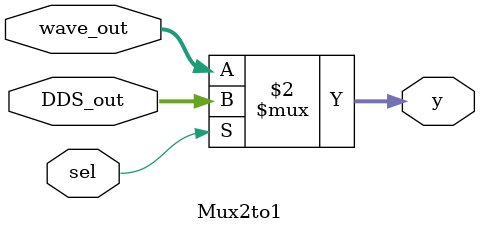
<source format=v>
module Mux2to1 #(parameter n=8) (
  wave_out, 
  DDS_out, 
  sel, 
  y
);
  input [n-1:0]     wave_out, DDS_out;
  input             sel;
  output [n-1:0]    y;
  
  assign y = (sel==1'b1) ? DDS_out : wave_out;
  
endmodule



</source>
